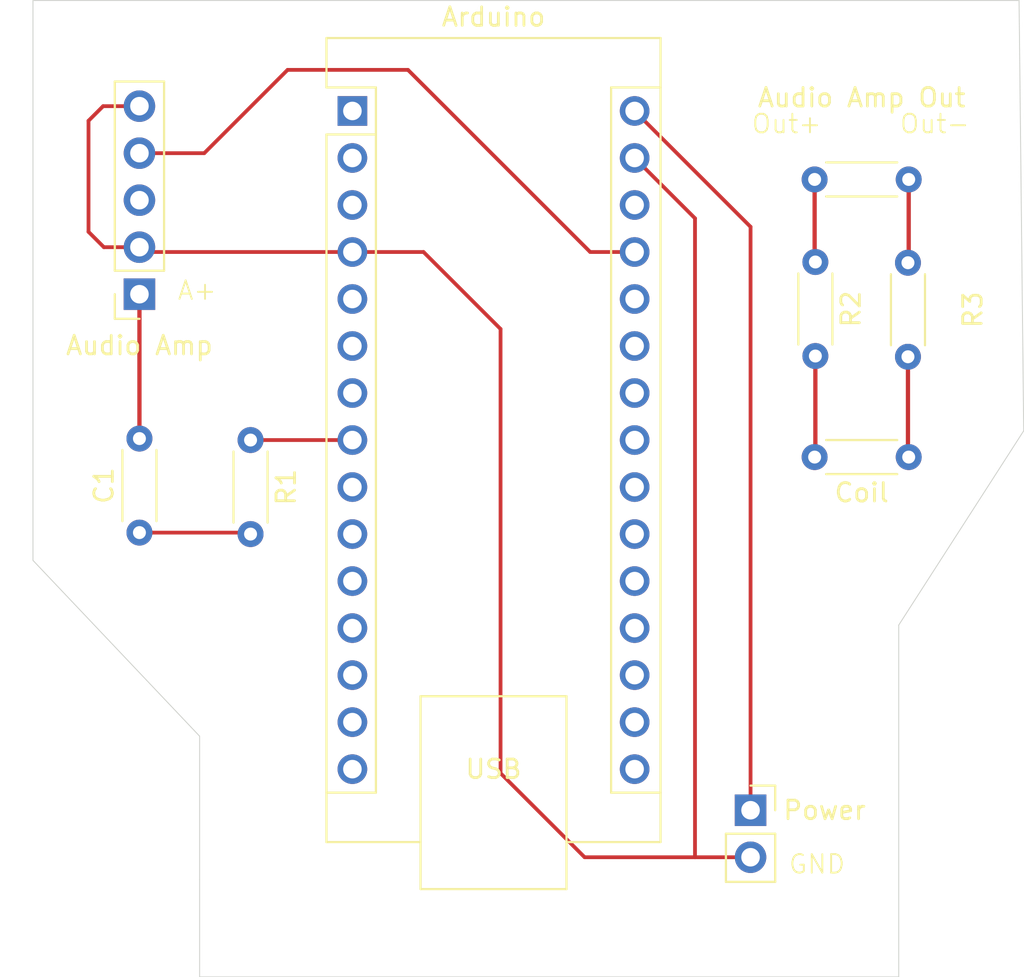
<source format=kicad_pcb>
(kicad_pcb (version 20241229) (generator "pcbnew") (generator_version "9.0")
  (layers (0 "F.Cu" signal) (2 "B.Cu" signal) (13 "F.Paste" user) (15 "B.Paste" user) (5 "F.SilkS" user "F.Silkscreen") (7 "B.SilkS" user "B.Silkscreen") (1 "F.Mask" user) (3 "B.Mask" user) (25 "Edge.Cuts" user))
  (net 0 "")
  (net 4 "GND")
  (net 11 "+5V")
  (net 14 "Net-(A1-VIN)")
  (net 26 "/R1-D5")
  (net 30 "Net-(C1-Pad1)")
  (net 31 "/A+")
  (net 32 "/Coil1")
  (net 33 "/Coil2")
  (net 34 "/Out+")
  (net 35 "/Out-")
  (footprint "Connector_PinSocket_2.54mm:PinSocket_1x02_P2.54mm_Vertical" (layer "F.Cu") (at 155.5 126)
    (property "Reference" "Power" (at 4 0 0) (layer "F.SilkS"))
    (property "Value" "Conn_01x02_Pin")
    (fp_line (start -1.33 1.27) (end -1.33 3.87) (stroke (width 0.12)) (layer "F.SilkS"))
    (fp_line (start -1.33 1.27) (end 1.33 1.27) (stroke (width 0.12)) (layer "F.SilkS"))
    (fp_line (start -1.33 3.87) (end 1.33 3.87) (stroke (width 0.12)) (layer "F.SilkS"))
    (fp_line (start 0 -1.33) (end 1.33 -1.33) (stroke (width 0.12)) (layer "F.SilkS"))
    (fp_line (start 1.33 -1.33) (end 1.33 0) (stroke (width 0.12)) (layer "F.SilkS"))
    (fp_line (start 1.33 1.27) (end 1.33 3.87) (stroke (width 0.12)) (layer "F.SilkS"))
    (pad "1" thru_hole rect (at 0 0) (size 1.7 1.7) (drill 1) (layers "*.Cu" "*.Mask") (net 14 "Net-(A1-VIN)"))
    (pad "2" thru_hole oval (at 0 2.54) (size 1.7 1.7) (drill 1) (layers "*.Cu" "*.Mask") (net 4 "GND"))
  )
  (footprint "Resistor_THT:R_Axial_DIN0204_L3.6mm_D1.6mm_P5.08mm_Horizontal" (layer "F.Cu") (at 128.5 106 -90)
    (property "Reference" "R1" (at 2.54 -1.92 90) (layer "F.SilkS"))
    (property "Value" "R")
    (fp_line (start 0.62 0.92) (end 4.46 0.92) (stroke (width 0.12)) (layer "F.SilkS"))
    (fp_line (start 0.62 -0.92) (end 4.46 -0.92) (stroke (width 0.12)) (layer "F.SilkS"))
    (pad "1" thru_hole circle (at 0 0 270) (size 1.4 1.4) (drill 0.7) (layers "*.Cu" "*.Mask") (net 26 "/R1-D5"))
    (pad "2" thru_hole oval (at 5.08 0 270) (size 1.4 1.4) (drill 0.7) (layers "*.Cu" "*.Mask") (net 30 "Net-(C1-Pad1)"))
  )
  (footprint "Resistor_THT:R_Axial_DIN0204_L3.6mm_D1.6mm_P5.08mm_Horizontal" (layer "F.Cu") (at 164.04 106.92 180)
    (property "Reference" "Coil" (at 2.54 -1.92 0) (layer "F.SilkS"))
    (property "Value" "ElectromagneticActor")
    (fp_line (start 0.62 0.92) (end 4.46 0.92) (stroke (width 0.12)) (layer "F.SilkS"))
    (fp_line (start 0.62 -0.92) (end 4.46 -0.92) (stroke (width 0.12)) (layer "F.SilkS"))
    (pad "1" thru_hole circle (at 0 0 180) (size 1.4 1.4) (drill 0.7) (layers "*.Cu" "*.Mask") (net 33 "/Coil2"))
    (pad "2" thru_hole oval (at 5.08 0 180) (size 1.4 1.4) (drill 0.7) (layers "*.Cu" "*.Mask") (net 32 "/Coil1"))
  )
  (footprint "Resistor_THT:R_Axial_DIN0204_L3.6mm_D1.6mm_P5.08mm_Horizontal" (layer "F.Cu") (at 122.5 111 90)
    (property "Reference" "C1" (at 2.54 -1.92 90) (layer "F.SilkS"))
    (property "Value" "C")
    (fp_line (start 0.62 -0.92) (end 4.46 -0.92) (stroke (width 0.12)) (layer "F.SilkS"))
    (fp_line (start 0.62 0.92) (end 4.46 0.92) (stroke (width 0.12)) (layer "F.SilkS"))
    (pad "1" thru_hole circle (at 0 0 90) (size 1.4 1.4) (drill 0.7) (layers "*.Cu" "*.Mask") (net 30 "Net-(C1-Pad1)"))
    (pad "2" thru_hole oval (at 5.08 0 90) (size 1.4 1.4) (drill 0.7) (layers "*.Cu" "*.Mask") (net 31 "/A+"))
  )
  (footprint "Resistor_THT:R_Axial_DIN0204_L3.6mm_D1.6mm_P5.08mm_Horizontal" (layer "F.Cu") (at 159 96.38 -90)
    (property "Reference" "R2" (at 2.54 -1.92 90) (layer "F.SilkS"))
    (property "Value" "R")
    (fp_line (start 0.62 0.92) (end 4.46 0.92) (stroke (width 0.12)) (layer "F.SilkS"))
    (fp_line (start 0.62 -0.92) (end 4.46 -0.92) (stroke (width 0.12)) (layer "F.SilkS"))
    (pad "1" thru_hole circle (at 0 0 270) (size 1.4 1.4) (drill 0.7) (layers "*.Cu" "*.Mask") (net 34 "/Out+"))
    (pad "2" thru_hole oval (at 5.08 0 270) (size 1.4 1.4) (drill 0.7) (layers "*.Cu" "*.Mask") (net 32 "/Coil1"))
  )
  (footprint "Resistor_THT:R_Axial_DIN0204_L3.6mm_D1.6mm_P5.08mm_Horizontal" (layer "F.Cu") (at 164.04 91.92 180)
    (property "Reference" "Audio Amp Out" (at 2.54 4.42 0) (layer "F.SilkS"))
    (property "Value" "Conn_01x02_Socket")
    (fp_line (start 0.62 0.92) (end 4.46 0.92) (stroke (width 0.12)) (layer "F.SilkS"))
    (fp_line (start 0.62 -0.92) (end 4.46 -0.92) (stroke (width 0.12)) (layer "F.SilkS"))
    (pad "1" thru_hole circle (at 0 0 180) (size 1.4 1.4) (drill 0.7) (layers "*.Cu" "*.Mask") (net 35 "/Out-"))
    (pad "2" thru_hole oval (at 5.08 0 180) (size 1.4 1.4) (drill 0.7) (layers "*.Cu" "*.Mask") (net 34 "/Out+"))
  )
  (footprint "Resistor_THT:R_Axial_DIN0204_L3.6mm_D1.6mm_P5.08mm_Horizontal" (layer "F.Cu") (at 164 101.5 90)
    (property "Reference" "R3" (at 2.54 3.5 90) (layer "F.SilkS"))
    (property "Value" "R")
    (fp_line (start 0.62 -0.92) (end 4.46 -0.92) (stroke (width 0.12)) (layer "F.SilkS"))
    (fp_line (start 0.62 0.92) (end 4.46 0.92) (stroke (width 0.12)) (layer "F.SilkS"))
    (pad "1" thru_hole circle (at 0 0 90) (size 1.4 1.4) (drill 0.7) (layers "*.Cu" "*.Mask") (net 33 "/Coil2"))
    (pad "2" thru_hole oval (at 5.08 0 90) (size 1.4 1.4) (drill 0.7) (layers "*.Cu" "*.Mask") (net 35 "/Out-"))
  )
  (footprint "Module:Arduino_Nano" (layer "F.Cu") (at 134 88.22)
    (property "Reference" "Arduino" (at 7.62 -5.08 0) (layer "F.SilkS"))
    (property "Value" "Arduino_Nano_v3.x")
    (fp_line (start -1.4 -3.94) (end -1.4 -1.27) (stroke (width 0.12)) (layer "F.SilkS"))
    (fp_line (start -1.4 1.27) (end -1.4 39.5) (stroke (width 0.12)) (layer "F.SilkS"))
    (fp_line (start -1.4 39.5) (end 3.68 39.5) (stroke (width 0.12)) (layer "F.SilkS"))
    (fp_line (start 1.27 -1.27) (end -1.4 -1.27) (stroke (width 0.12)) (layer "F.SilkS"))
    (fp_line (start 1.27 1.27) (end -1.4 1.27) (stroke (width 0.12)) (layer "F.SilkS"))
    (fp_line (start 1.27 1.27) (end 1.27 -1.27) (stroke (width 0.12)) (layer "F.SilkS"))
    (fp_line (start 1.27 1.27) (end 1.27 36.83) (stroke (width 0.12)) (layer "F.SilkS"))
    (fp_line (start 1.27 36.83) (end -1.4 36.83) (stroke (width 0.12)) (layer "F.SilkS"))
    (fp_line (start 3.68 31.62) (end 11.56 31.62) (stroke (width 0.12)) (layer "F.SilkS"))
    (fp_line (start 3.68 42.04) (end 3.68 31.62) (stroke (width 0.12)) (layer "F.SilkS"))
    (fp_line (start 11.56 31.62) (end 11.56 42.04) (stroke (width 0.12)) (layer "F.SilkS"))
    (fp_line (start 11.56 42.04) (end 3.68 42.04) (stroke (width 0.12)) (layer "F.SilkS"))
    (fp_line (start 13.97 -1.27) (end 13.97 36.83) (stroke (width 0.12)) (layer "F.SilkS"))
    (fp_line (start 13.97 -1.27) (end 16.64 -1.27) (stroke (width 0.12)) (layer "F.SilkS"))
    (fp_line (start 13.97 36.83) (end 16.64 36.83) (stroke (width 0.12)) (layer "F.SilkS"))
    (fp_line (start 16.64 -3.94) (end -1.4 -3.94) (stroke (width 0.12)) (layer "F.SilkS"))
    (fp_line (start 16.64 39.5) (end 11.56 39.5) (stroke (width 0.12)) (layer "F.SilkS"))
    (fp_line (start 16.64 39.5) (end 16.64 -3.94) (stroke (width 0.12)) (layer "F.SilkS"))
    (fp_text user "USB" (at 7.62 35.56 0) (layer "F.SilkS"))
    (pad "1" thru_hole rect (at 0 0) (size 1.6 1.6) (drill 1) (layers "*.Cu" "*.Mask"))
    (pad "2" thru_hole oval (at 0 2.54) (size 1.6 1.6) (drill 1) (layers "*.Cu" "*.Mask"))
    (pad "3" thru_hole oval (at 0 5.08) (size 1.6 1.6) (drill 1) (layers "*.Cu" "*.Mask"))
    (pad "4" thru_hole oval (at 0 7.62) (size 1.6 1.6) (drill 1) (layers "*.Cu" "*.Mask") (net 4 "GND"))
    (pad "5" thru_hole oval (at 0 10.16) (size 1.6 1.6) (drill 1) (layers "*.Cu" "*.Mask"))
    (pad "6" thru_hole oval (at 0 12.7) (size 1.6 1.6) (drill 1) (layers "*.Cu" "*.Mask"))
    (pad "7" thru_hole oval (at 0 15.24) (size 1.6 1.6) (drill 1) (layers "*.Cu" "*.Mask"))
    (pad "8" thru_hole oval (at 0 17.78) (size 1.6 1.6) (drill 1) (layers "*.Cu" "*.Mask") (net 26 "/R1-D5"))
    (pad "9" thru_hole oval (at 0 20.32) (size 1.6 1.6) (drill 1) (layers "*.Cu" "*.Mask"))
    (pad "10" thru_hole oval (at 0 22.86) (size 1.6 1.6) (drill 1) (layers "*.Cu" "*.Mask"))
    (pad "11" thru_hole oval (at 0 25.4) (size 1.6 1.6) (drill 1) (layers "*.Cu" "*.Mask"))
    (pad "12" thru_hole oval (at 0 27.94) (size 1.6 1.6) (drill 1) (layers "*.Cu" "*.Mask"))
    (pad "13" thru_hole oval (at 0 30.48) (size 1.6 1.6) (drill 1) (layers "*.Cu" "*.Mask"))
    (pad "14" thru_hole oval (at 0 33.02) (size 1.6 1.6) (drill 1) (layers "*.Cu" "*.Mask"))
    (pad "15" thru_hole oval (at 0 35.56) (size 1.6 1.6) (drill 1) (layers "*.Cu" "*.Mask"))
    (pad "16" thru_hole oval (at 15.24 35.56) (size 1.6 1.6) (drill 1) (layers "*.Cu" "*.Mask"))
    (pad "17" thru_hole oval (at 15.24 33.02) (size 1.6 1.6) (drill 1) (layers "*.Cu" "*.Mask"))
    (pad "18" thru_hole oval (at 15.24 30.48) (size 1.6 1.6) (drill 1) (layers "*.Cu" "*.Mask"))
    (pad "19" thru_hole oval (at 15.24 27.94) (size 1.6 1.6) (drill 1) (layers "*.Cu" "*.Mask"))
    (pad "20" thru_hole oval (at 15.24 25.4) (size 1.6 1.6) (drill 1) (layers "*.Cu" "*.Mask"))
    (pad "21" thru_hole oval (at 15.24 22.86) (size 1.6 1.6) (drill 1) (layers "*.Cu" "*.Mask"))
    (pad "22" thru_hole oval (at 15.24 20.32) (size 1.6 1.6) (drill 1) (layers "*.Cu" "*.Mask"))
    (pad "23" thru_hole oval (at 15.24 17.78) (size 1.6 1.6) (drill 1) (layers "*.Cu" "*.Mask"))
    (pad "24" thru_hole oval (at 15.24 15.24) (size 1.6 1.6) (drill 1) (layers "*.Cu" "*.Mask"))
    (pad "25" thru_hole oval (at 15.24 12.7) (size 1.6 1.6) (drill 1) (layers "*.Cu" "*.Mask"))
    (pad "26" thru_hole oval (at 15.24 10.16) (size 1.6 1.6) (drill 1) (layers "*.Cu" "*.Mask"))
    (pad "27" thru_hole oval (at 15.24 7.62) (size 1.6 1.6) (drill 1) (layers "*.Cu" "*.Mask") (net 11 "+5V"))
    (pad "28" thru_hole oval (at 15.24 5.08) (size 1.6 1.6) (drill 1) (layers "*.Cu" "*.Mask"))
    (pad "29" thru_hole oval (at 15.24 2.54) (size 1.6 1.6) (drill 1) (layers "*.Cu" "*.Mask") (net 4 "GND"))
    (pad "30" thru_hole oval (at 15.24 0) (size 1.6 1.6) (drill 1) (layers "*.Cu" "*.Mask") (net 14 "Net-(A1-VIN)"))
  )
  (footprint "Connector_PinSocket_2.54mm:PinSocket_1x05_P2.54mm_Vertical" (layer "F.Cu") (at 122.5 98.12 180)
    (property "Reference" "Audio Amp" (at 0 -2.77 0) (layer "F.SilkS"))
    (property "Value" "Conn_01x05_Socket")
    (fp_line (start 1.33 1.27) (end 1.33 11.49) (stroke (width 0.12)) (layer "F.SilkS"))
    (fp_line (start 1.33 -1.33) (end 1.33 0) (stroke (width 0.12)) (layer "F.SilkS"))
    (fp_line (start 0 -1.33) (end 1.33 -1.33) (stroke (width 0.12)) (layer "F.SilkS"))
    (fp_line (start -1.33 11.49) (end 1.33 11.49) (stroke (width 0.12)) (layer "F.SilkS"))
    (fp_line (start -1.33 1.27) (end 1.33 1.27) (stroke (width 0.12)) (layer "F.SilkS"))
    (fp_line (start -1.33 1.27) (end -1.33 11.49) (stroke (width 0.12)) (layer "F.SilkS"))
    (pad "1" thru_hole rect (at 0 0 180) (size 1.7 1.7) (drill 1) (layers "*.Cu" "*.Mask") (net 31 "/A+"))
    (pad "2" thru_hole oval (at 0 2.54 180) (size 1.7 1.7) (drill 1) (layers "*.Cu" "*.Mask") (net 4 "GND"))
    (pad "3" thru_hole oval (at 0 5.08 180) (size 1.7 1.7) (drill 1) (layers "*.Cu" "*.Mask"))
    (pad "4" thru_hole oval (at 0 7.62 180) (size 1.7 1.7) (drill 1) (layers "*.Cu" "*.Mask") (net 11 "+5V"))
    (pad "5" thru_hole oval (at 0 10.16 180) (size 1.7 1.7) (drill 1) (layers "*.Cu" "*.Mask") (net 4 "GND"))
  )
  (gr_line (start 116.75 82.25) (end 116.75 112.5) (stroke (width 0.05)) (layer "Edge.Cuts"))
  (gr_line (start 125.75 129.75) (end 125.75 135) (stroke (width 0.05)) (layer "Edge.Cuts"))
  (gr_line (start 116.75 112.5) (end 125.75 122) (stroke (width 0.05)) (layer "Edge.Cuts"))
  (gr_line (start 125.75 122) (end 125.75 129.75) (stroke (width 0.05)) (layer "Edge.Cuts"))
  (gr_line (start 170 82.25) (end 116.75 82.25) (stroke (width 0.05)) (layer "Edge.Cuts"))
  (gr_line (start 125.75 135) (end 163.5 135) (stroke (width 0.05)) (layer "Edge.Cuts"))
  (gr_line (start 170.25 105.5) (end 163.5 116) (stroke (width 0.05)) (layer "Edge.Cuts"))
  (gr_line (start 163.5 135) (end 163.5 116) (stroke (width 0.05)) (layer "Edge.Cuts"))
  (gr_line (start 170.25 105.5) (end 170 82.25) (stroke (width 0.05)) (layer "Edge.Cuts"))
  (gr_text "Out-" (at 163.5 89.5 0) (layer "F.SilkS") (effects (font (size 1 1) (thickness 0.1)) (justify left bottom)))
  (gr_text "A+" (at 124.5 98.5 0) (layer "F.SilkS") (effects (font (size 1 1) (thickness 0.1)) (justify left bottom)))
  (gr_text "Out+" (at 155.5 89.5 0) (layer "F.SilkS") (effects (font (size 1 1) (thickness 0.1)) (justify left bottom)))
  (gr_text "GND" (at 157.5 129.5 0) (layer "F.SilkS") (effects (font (size 1 1) (thickness 0.1)) (justify left bottom)))
  (segment (start 137.84 95.84) (end 134 95.84) (width 0.2032) (layer "F.Cu") (net 4))
  (segment (start 152.5 128.54) (end 146.54 128.54) (width 0.2032) (layer "F.Cu") (net 4))
  (segment (start 119.75 94.75) (end 119.75 88.75) (width 0.2032) (layer "F.Cu") (net 4))
  (segment (start 146.54 128.54) (end 142 124) (width 0.2032) (layer "F.Cu") (net 4))
  (segment (start 134 95.84) (end 122.76 95.84) (width 0.2032) (layer "F.Cu") (net 4))
  (segment (start 122.76 95.84) (end 122.5 95.58) (width 0.2) (layer "F.Cu") (net 4))
  (segment (start 152.5 128.54) (end 152.5 94.02) (width 0.2032) (layer "F.Cu") (net 4))
  (segment (start 142 124) (end 142 100) (width 0.2032) (layer "F.Cu") (net 4))
  (segment (start 134 95.84) (end 133.66 95.84) (width 0.2) (layer "F.Cu") (net 4))
  (segment (start 152.5 94.02) (end 149.24 90.76) (width 0.2032) (layer "F.Cu") (net 4))
  (segment (start 122.5 95.58) (end 120.58 95.58) (width 0.2032) (layer "F.Cu") (net 4))
  (segment (start 120.58 95.58) (end 119.75 94.75) (width 0.2032) (layer "F.Cu") (net 4))
  (segment (start 119.75 88.75) (end 120.54 87.96) (width 0.2032) (layer "F.Cu") (net 4))
  (segment (start 142 100) (end 137.84 95.84) (width 0.2032) (layer "F.Cu") (net 4))
  (segment (start 133.66 95.84) (end 133.4 95.58) (width 0.2) (layer "F.Cu") (net 4))
  (segment (start 155.5 128.54) (end 152.5 128.54) (width 0.2032) (layer "F.Cu") (net 4))
  (segment (start 120.54 87.96) (end 122.5 87.96) (width 0.2032) (layer "F.Cu") (net 4))
  (segment (start 149.24 95.84) (end 146.84 95.84) (width 0.2032) (layer "F.Cu") (net 11))
  (segment (start 126 90.5) (end 122.5 90.5) (width 0.2032) (layer "F.Cu") (net 11))
  (segment (start 137 86) (end 130.5 86) (width 0.2032) (layer "F.Cu") (net 11))
  (segment (start 130.5 86) (end 126 90.5) (width 0.2032) (layer "F.Cu") (net 11))
  (segment (start 146.84 95.84) (end 137 86) (width 0.2032) (layer "F.Cu") (net 11))
  (segment (start 155.5 126) (end 155.5 94.48) (width 0.2032) (layer "F.Cu") (net 14))
  (segment (start 155.5 94.48) (end 149.24 88.22) (width 0.2032) (layer "F.Cu") (net 14))
  (segment (start 128.5 106) (end 134 106) (width 0.2032) (layer "F.Cu") (net 26))
  (segment (start 128.42 111) (end 128.5 111.08) (width 0.2) (layer "F.Cu") (net 30))
  (segment (start 122.5 111) (end 128.42 111) (width 0.2032) (layer "F.Cu") (net 30))
  (segment (start 122.5 105.92) (end 122.5 98.12) (width 0.23) (layer "F.Cu") (net 31))
  (segment (start 159 106.88) (end 158.96 106.92) (width 0.2) (layer "F.Cu") (net 32))
  (segment (start 159 101.46) (end 159 106.88) (width 0.23) (layer "F.Cu") (net 32))
  (segment (start 164 106.88) (end 164.04 106.92) (width 0.2) (layer "F.Cu") (net 33))
  (segment (start 164 101.5) (end 164 106.88) (width 0.23) (layer "F.Cu") (net 33))
  (segment (start 158.96 96.34) (end 159 96.38) (width 0.2) (layer "F.Cu") (net 34))
  (segment (start 158.96 91.92) (end 158.96 96.34) (width 0.23) (layer "F.Cu") (net 34))
  (segment (start 164.04 96.38) (end 164 96.42) (width 0.2) (layer "F.Cu") (net 35))
  (segment (start 164.04 91.92) (end 164.04 96.38) (width 0.23) (layer "F.Cu") (net 35))
)
</source>
